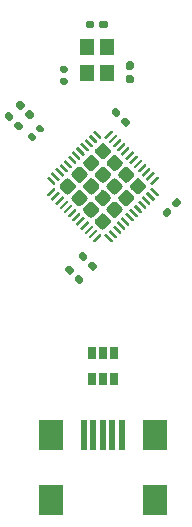
<source format=gbr>
%TF.GenerationSoftware,KiCad,Pcbnew,5.1.9-73d0e3b20d~88~ubuntu20.04.1*%
%TF.CreationDate,2021-03-30T20:26:41-06:00*%
%TF.ProjectId,STM32F411CE,53544d33-3246-4343-9131-43452e6b6963,rev?*%
%TF.SameCoordinates,Original*%
%TF.FileFunction,Paste,Top*%
%TF.FilePolarity,Positive*%
%FSLAX46Y46*%
G04 Gerber Fmt 4.6, Leading zero omitted, Abs format (unit mm)*
G04 Created by KiCad (PCBNEW 5.1.9-73d0e3b20d~88~ubuntu20.04.1) date 2021-03-30 20:26:41*
%MOMM*%
%LPD*%
G01*
G04 APERTURE LIST*
%ADD10R,1.200000X1.400000*%
%ADD11R,0.650000X1.060000*%
%ADD12R,0.500000X2.500000*%
%ADD13R,2.000000X2.500000*%
G04 APERTURE END LIST*
%TO.C,L1*%
G36*
G01*
X19301673Y-29539875D02*
X19545625Y-29783827D01*
G75*
G02*
X19545625Y-29992423I-104298J-104298D01*
G01*
X19337029Y-30201019D01*
G75*
G02*
X19128433Y-30201019I-104298J104298D01*
G01*
X18884481Y-29957067D01*
G75*
G02*
X18884481Y-29748471I104298J104298D01*
G01*
X19093077Y-29539875D01*
G75*
G02*
X19301673Y-29539875I104298J-104298D01*
G01*
G37*
G36*
G01*
X19987567Y-28853981D02*
X20231519Y-29097933D01*
G75*
G02*
X20231519Y-29306529I-104298J-104298D01*
G01*
X20022923Y-29515125D01*
G75*
G02*
X19814327Y-29515125I-104298J104298D01*
G01*
X19570375Y-29271173D01*
G75*
G02*
X19570375Y-29062577I104298J104298D01*
G01*
X19778971Y-28853981D01*
G75*
G02*
X19987567Y-28853981I104298J-104298D01*
G01*
G37*
%TD*%
%TO.C,C2*%
G36*
G01*
X18637319Y-27873522D02*
X18856522Y-27654319D01*
G75*
G02*
X19075726Y-27654319I109602J-109602D01*
G01*
X19376247Y-27954840D01*
G75*
G02*
X19376247Y-28174044I-109602J-109602D01*
G01*
X19157044Y-28393247D01*
G75*
G02*
X18937840Y-28393247I-109602J109602D01*
G01*
X18637319Y-28092726D01*
G75*
G02*
X18637319Y-27873522I109602J109602D01*
G01*
G37*
G36*
G01*
X17834753Y-27070956D02*
X18053956Y-26851753D01*
G75*
G02*
X18273160Y-26851753I109602J-109602D01*
G01*
X18573681Y-27152274D01*
G75*
G02*
X18573681Y-27371478I-109602J-109602D01*
G01*
X18354478Y-27590681D01*
G75*
G02*
X18135274Y-27590681I-109602J109602D01*
G01*
X17834753Y-27290160D01*
G75*
G02*
X17834753Y-27070956I109602J109602D01*
G01*
G37*
%TD*%
%TO.C,C1*%
G36*
G01*
X17679702Y-28820905D02*
X17898905Y-28601702D01*
G75*
G02*
X18118109Y-28601702I109602J-109602D01*
G01*
X18418630Y-28902223D01*
G75*
G02*
X18418630Y-29121427I-109602J-109602D01*
G01*
X18199427Y-29340630D01*
G75*
G02*
X17980223Y-29340630I-109602J109602D01*
G01*
X17679702Y-29040109D01*
G75*
G02*
X17679702Y-28820905I109602J109602D01*
G01*
G37*
G36*
G01*
X16877136Y-28018339D02*
X17096339Y-27799136D01*
G75*
G02*
X17315543Y-27799136I109602J-109602D01*
G01*
X17616064Y-28099657D01*
G75*
G02*
X17616064Y-28318861I-109602J-109602D01*
G01*
X17396861Y-28538064D01*
G75*
G02*
X17177657Y-28538064I-109602J109602D01*
G01*
X16877136Y-28237543D01*
G75*
G02*
X16877136Y-28018339I109602J109602D01*
G01*
G37*
%TD*%
D10*
%TO.C,Y1*%
X23838800Y-24518800D03*
X23838800Y-22318800D03*
X25538800Y-22318800D03*
X25538800Y-24518800D03*
%TD*%
%TO.C,R7*%
G36*
G01*
X22079800Y-24448800D02*
X21709800Y-24448800D01*
G75*
G02*
X21574800Y-24313800I0J135000D01*
G01*
X21574800Y-24043800D01*
G75*
G02*
X21709800Y-23908800I135000J0D01*
G01*
X22079800Y-23908800D01*
G75*
G02*
X22214800Y-24043800I0J-135000D01*
G01*
X22214800Y-24313800D01*
G75*
G02*
X22079800Y-24448800I-135000J0D01*
G01*
G37*
G36*
G01*
X22079800Y-25468800D02*
X21709800Y-25468800D01*
G75*
G02*
X21574800Y-25333800I0J135000D01*
G01*
X21574800Y-25063800D01*
G75*
G02*
X21709800Y-24928800I135000J0D01*
G01*
X22079800Y-24928800D01*
G75*
G02*
X22214800Y-25063800I0J-135000D01*
G01*
X22214800Y-25333800D01*
G75*
G02*
X22079800Y-25468800I-135000J0D01*
G01*
G37*
%TD*%
%TO.C,C9*%
G36*
G01*
X23958619Y-40687822D02*
X24177822Y-40468619D01*
G75*
G02*
X24397026Y-40468619I109602J-109602D01*
G01*
X24697547Y-40769140D01*
G75*
G02*
X24697547Y-40988344I-109602J-109602D01*
G01*
X24478344Y-41207547D01*
G75*
G02*
X24259140Y-41207547I-109602J109602D01*
G01*
X23958619Y-40907026D01*
G75*
G02*
X23958619Y-40687822I109602J109602D01*
G01*
G37*
G36*
G01*
X23156053Y-39885256D02*
X23375256Y-39666053D01*
G75*
G02*
X23594460Y-39666053I109602J-109602D01*
G01*
X23894981Y-39966574D01*
G75*
G02*
X23894981Y-40185778I-109602J-109602D01*
G01*
X23675778Y-40404981D01*
G75*
G02*
X23456574Y-40404981I-109602J109602D01*
G01*
X23156053Y-40104460D01*
G75*
G02*
X23156053Y-39885256I109602J109602D01*
G01*
G37*
%TD*%
%TO.C,C8*%
G36*
G01*
X30787778Y-35896619D02*
X31006981Y-36115822D01*
G75*
G02*
X31006981Y-36335026I-109602J-109602D01*
G01*
X30706460Y-36635547D01*
G75*
G02*
X30487256Y-36635547I-109602J109602D01*
G01*
X30268053Y-36416344D01*
G75*
G02*
X30268053Y-36197140I109602J109602D01*
G01*
X30568574Y-35896619D01*
G75*
G02*
X30787778Y-35896619I109602J-109602D01*
G01*
G37*
G36*
G01*
X31590344Y-35094053D02*
X31809547Y-35313256D01*
G75*
G02*
X31809547Y-35532460I-109602J-109602D01*
G01*
X31509026Y-35832981D01*
G75*
G02*
X31289822Y-35832981I-109602J109602D01*
G01*
X31070619Y-35613778D01*
G75*
G02*
X31070619Y-35394574I109602J109602D01*
G01*
X31371140Y-35094053D01*
G75*
G02*
X31590344Y-35094053I109602J-109602D01*
G01*
G37*
%TD*%
%TO.C,C7*%
G36*
G01*
X26752619Y-28495822D02*
X26971822Y-28276619D01*
G75*
G02*
X27191026Y-28276619I109602J-109602D01*
G01*
X27491547Y-28577140D01*
G75*
G02*
X27491547Y-28796344I-109602J-109602D01*
G01*
X27272344Y-29015547D01*
G75*
G02*
X27053140Y-29015547I-109602J109602D01*
G01*
X26752619Y-28715026D01*
G75*
G02*
X26752619Y-28495822I109602J109602D01*
G01*
G37*
G36*
G01*
X25950053Y-27693256D02*
X26169256Y-27474053D01*
G75*
G02*
X26388460Y-27474053I109602J-109602D01*
G01*
X26688981Y-27774574D01*
G75*
G02*
X26688981Y-27993778I-109602J-109602D01*
G01*
X26469778Y-28212981D01*
G75*
G02*
X26250574Y-28212981I-109602J109602D01*
G01*
X25950053Y-27912460D01*
G75*
G02*
X25950053Y-27693256I109602J109602D01*
G01*
G37*
%TD*%
%TO.C,C5*%
G36*
G01*
X24488800Y-20215800D02*
X24488800Y-20525800D01*
G75*
G02*
X24333800Y-20680800I-155000J0D01*
G01*
X23908800Y-20680800D01*
G75*
G02*
X23753800Y-20525800I0J155000D01*
G01*
X23753800Y-20215800D01*
G75*
G02*
X23908800Y-20060800I155000J0D01*
G01*
X24333800Y-20060800D01*
G75*
G02*
X24488800Y-20215800I0J-155000D01*
G01*
G37*
G36*
G01*
X25623800Y-20215800D02*
X25623800Y-20525800D01*
G75*
G02*
X25468800Y-20680800I-155000J0D01*
G01*
X25043800Y-20680800D01*
G75*
G02*
X24888800Y-20525800I0J155000D01*
G01*
X24888800Y-20215800D01*
G75*
G02*
X25043800Y-20060800I155000J0D01*
G01*
X25468800Y-20060800D01*
G75*
G02*
X25623800Y-20215800I0J-155000D01*
G01*
G37*
%TD*%
%TO.C,C4*%
G36*
G01*
X22815619Y-41830822D02*
X23034822Y-41611619D01*
G75*
G02*
X23254026Y-41611619I109602J-109602D01*
G01*
X23554547Y-41912140D01*
G75*
G02*
X23554547Y-42131344I-109602J-109602D01*
G01*
X23335344Y-42350547D01*
G75*
G02*
X23116140Y-42350547I-109602J109602D01*
G01*
X22815619Y-42050026D01*
G75*
G02*
X22815619Y-41830822I109602J109602D01*
G01*
G37*
G36*
G01*
X22013053Y-41028256D02*
X22232256Y-40809053D01*
G75*
G02*
X22451460Y-40809053I109602J-109602D01*
G01*
X22751981Y-41109574D01*
G75*
G02*
X22751981Y-41328778I-109602J-109602D01*
G01*
X22532778Y-41547981D01*
G75*
G02*
X22313574Y-41547981I-109602J109602D01*
G01*
X22013053Y-41247460D01*
G75*
G02*
X22013053Y-41028256I109602J109602D01*
G01*
G37*
%TD*%
%TO.C,C3*%
G36*
G01*
X27327800Y-24634800D02*
X27637800Y-24634800D01*
G75*
G02*
X27792800Y-24789800I0J-155000D01*
G01*
X27792800Y-25214800D01*
G75*
G02*
X27637800Y-25369800I-155000J0D01*
G01*
X27327800Y-25369800D01*
G75*
G02*
X27172800Y-25214800I0J155000D01*
G01*
X27172800Y-24789800D01*
G75*
G02*
X27327800Y-24634800I155000J0D01*
G01*
G37*
G36*
G01*
X27327800Y-23499800D02*
X27637800Y-23499800D01*
G75*
G02*
X27792800Y-23654800I0J-155000D01*
G01*
X27792800Y-24079800D01*
G75*
G02*
X27637800Y-24234800I-155000J0D01*
G01*
X27327800Y-24234800D01*
G75*
G02*
X27172800Y-24079800I0J155000D01*
G01*
X27172800Y-23654800D01*
G75*
G02*
X27327800Y-23499800I155000J0D01*
G01*
G37*
%TD*%
%TO.C,U3*%
G36*
G01*
X24574546Y-36879871D02*
X25020023Y-36434394D01*
G75*
G02*
X25373577Y-36434394I176777J-176777D01*
G01*
X25819054Y-36879871D01*
G75*
G02*
X25819054Y-37233425I-176777J-176777D01*
G01*
X25373577Y-37678902D01*
G75*
G02*
X25020023Y-37678902I-176777J176777D01*
G01*
X24574546Y-37233425D01*
G75*
G02*
X24574546Y-36879871I176777J176777D01*
G01*
G37*
G36*
G01*
X25564495Y-35889922D02*
X26009972Y-35444445D01*
G75*
G02*
X26363526Y-35444445I176777J-176777D01*
G01*
X26809003Y-35889922D01*
G75*
G02*
X26809003Y-36243476I-176777J-176777D01*
G01*
X26363526Y-36688953D01*
G75*
G02*
X26009972Y-36688953I-176777J176777D01*
G01*
X25564495Y-36243476D01*
G75*
G02*
X25564495Y-35889922I176777J176777D01*
G01*
G37*
G36*
G01*
X26554445Y-34899972D02*
X26999922Y-34454495D01*
G75*
G02*
X27353476Y-34454495I176777J-176777D01*
G01*
X27798953Y-34899972D01*
G75*
G02*
X27798953Y-35253526I-176777J-176777D01*
G01*
X27353476Y-35699003D01*
G75*
G02*
X26999922Y-35699003I-176777J176777D01*
G01*
X26554445Y-35253526D01*
G75*
G02*
X26554445Y-34899972I176777J176777D01*
G01*
G37*
G36*
G01*
X27544394Y-33910023D02*
X27989871Y-33464546D01*
G75*
G02*
X28343425Y-33464546I176777J-176777D01*
G01*
X28788902Y-33910023D01*
G75*
G02*
X28788902Y-34263577I-176777J-176777D01*
G01*
X28343425Y-34709054D01*
G75*
G02*
X27989871Y-34709054I-176777J176777D01*
G01*
X27544394Y-34263577D01*
G75*
G02*
X27544394Y-33910023I176777J176777D01*
G01*
G37*
G36*
G01*
X23584597Y-35889922D02*
X24030074Y-35444445D01*
G75*
G02*
X24383628Y-35444445I176777J-176777D01*
G01*
X24829105Y-35889922D01*
G75*
G02*
X24829105Y-36243476I-176777J-176777D01*
G01*
X24383628Y-36688953D01*
G75*
G02*
X24030074Y-36688953I-176777J176777D01*
G01*
X23584597Y-36243476D01*
G75*
G02*
X23584597Y-35889922I176777J176777D01*
G01*
G37*
G36*
G01*
X24574546Y-34899972D02*
X25020023Y-34454495D01*
G75*
G02*
X25373577Y-34454495I176777J-176777D01*
G01*
X25819054Y-34899972D01*
G75*
G02*
X25819054Y-35253526I-176777J-176777D01*
G01*
X25373577Y-35699003D01*
G75*
G02*
X25020023Y-35699003I-176777J176777D01*
G01*
X24574546Y-35253526D01*
G75*
G02*
X24574546Y-34899972I176777J176777D01*
G01*
G37*
G36*
G01*
X25564495Y-33910023D02*
X26009972Y-33464546D01*
G75*
G02*
X26363526Y-33464546I176777J-176777D01*
G01*
X26809003Y-33910023D01*
G75*
G02*
X26809003Y-34263577I-176777J-176777D01*
G01*
X26363526Y-34709054D01*
G75*
G02*
X26009972Y-34709054I-176777J176777D01*
G01*
X25564495Y-34263577D01*
G75*
G02*
X25564495Y-33910023I176777J176777D01*
G01*
G37*
G36*
G01*
X26554445Y-32920074D02*
X26999922Y-32474597D01*
G75*
G02*
X27353476Y-32474597I176777J-176777D01*
G01*
X27798953Y-32920074D01*
G75*
G02*
X27798953Y-33273628I-176777J-176777D01*
G01*
X27353476Y-33719105D01*
G75*
G02*
X26999922Y-33719105I-176777J176777D01*
G01*
X26554445Y-33273628D01*
G75*
G02*
X26554445Y-32920074I176777J176777D01*
G01*
G37*
G36*
G01*
X22594647Y-34899972D02*
X23040124Y-34454495D01*
G75*
G02*
X23393678Y-34454495I176777J-176777D01*
G01*
X23839155Y-34899972D01*
G75*
G02*
X23839155Y-35253526I-176777J-176777D01*
G01*
X23393678Y-35699003D01*
G75*
G02*
X23040124Y-35699003I-176777J176777D01*
G01*
X22594647Y-35253526D01*
G75*
G02*
X22594647Y-34899972I176777J176777D01*
G01*
G37*
G36*
G01*
X23584597Y-33910023D02*
X24030074Y-33464546D01*
G75*
G02*
X24383628Y-33464546I176777J-176777D01*
G01*
X24829105Y-33910023D01*
G75*
G02*
X24829105Y-34263577I-176777J-176777D01*
G01*
X24383628Y-34709054D01*
G75*
G02*
X24030074Y-34709054I-176777J176777D01*
G01*
X23584597Y-34263577D01*
G75*
G02*
X23584597Y-33910023I176777J176777D01*
G01*
G37*
G36*
G01*
X24574546Y-32920074D02*
X25020023Y-32474597D01*
G75*
G02*
X25373577Y-32474597I176777J-176777D01*
G01*
X25819054Y-32920074D01*
G75*
G02*
X25819054Y-33273628I-176777J-176777D01*
G01*
X25373577Y-33719105D01*
G75*
G02*
X25020023Y-33719105I-176777J176777D01*
G01*
X24574546Y-33273628D01*
G75*
G02*
X24574546Y-32920074I176777J176777D01*
G01*
G37*
G36*
G01*
X25564495Y-31930124D02*
X26009972Y-31484647D01*
G75*
G02*
X26363526Y-31484647I176777J-176777D01*
G01*
X26809003Y-31930124D01*
G75*
G02*
X26809003Y-32283678I-176777J-176777D01*
G01*
X26363526Y-32729155D01*
G75*
G02*
X26009972Y-32729155I-176777J176777D01*
G01*
X25564495Y-32283678D01*
G75*
G02*
X25564495Y-31930124I176777J176777D01*
G01*
G37*
G36*
G01*
X21604698Y-33910023D02*
X22050175Y-33464546D01*
G75*
G02*
X22403729Y-33464546I176777J-176777D01*
G01*
X22849206Y-33910023D01*
G75*
G02*
X22849206Y-34263577I-176777J-176777D01*
G01*
X22403729Y-34709054D01*
G75*
G02*
X22050175Y-34709054I-176777J176777D01*
G01*
X21604698Y-34263577D01*
G75*
G02*
X21604698Y-33910023I176777J176777D01*
G01*
G37*
G36*
G01*
X22594647Y-32920074D02*
X23040124Y-32474597D01*
G75*
G02*
X23393678Y-32474597I176777J-176777D01*
G01*
X23839155Y-32920074D01*
G75*
G02*
X23839155Y-33273628I-176777J-176777D01*
G01*
X23393678Y-33719105D01*
G75*
G02*
X23040124Y-33719105I-176777J176777D01*
G01*
X22594647Y-33273628D01*
G75*
G02*
X22594647Y-32920074I176777J176777D01*
G01*
G37*
G36*
G01*
X23584597Y-31930124D02*
X24030074Y-31484647D01*
G75*
G02*
X24383628Y-31484647I176777J-176777D01*
G01*
X24829105Y-31930124D01*
G75*
G02*
X24829105Y-32283678I-176777J-176777D01*
G01*
X24383628Y-32729155D01*
G75*
G02*
X24030074Y-32729155I-176777J176777D01*
G01*
X23584597Y-32283678D01*
G75*
G02*
X23584597Y-31930124I176777J176777D01*
G01*
G37*
G36*
G01*
X24574546Y-30940175D02*
X25020023Y-30494698D01*
G75*
G02*
X25373577Y-30494698I176777J-176777D01*
G01*
X25819054Y-30940175D01*
G75*
G02*
X25819054Y-31293729I-176777J-176777D01*
G01*
X25373577Y-31739206D01*
G75*
G02*
X25020023Y-31739206I-176777J176777D01*
G01*
X24574546Y-31293729D01*
G75*
G02*
X24574546Y-30940175I176777J176777D01*
G01*
G37*
G36*
G01*
X25329383Y-29888354D02*
X25859713Y-29358024D01*
G75*
G02*
X25948101Y-29358024I44194J-44194D01*
G01*
X26036489Y-29446412D01*
G75*
G02*
X26036489Y-29534800I-44194J-44194D01*
G01*
X25506159Y-30065130D01*
G75*
G02*
X25417771Y-30065130I-44194J44194D01*
G01*
X25329383Y-29976742D01*
G75*
G02*
X25329383Y-29888354I44194J44194D01*
G01*
G37*
G36*
G01*
X25682936Y-30241907D02*
X26213266Y-29711577D01*
G75*
G02*
X26301654Y-29711577I44194J-44194D01*
G01*
X26390042Y-29799965D01*
G75*
G02*
X26390042Y-29888353I-44194J-44194D01*
G01*
X25859712Y-30418683D01*
G75*
G02*
X25771324Y-30418683I-44194J44194D01*
G01*
X25682936Y-30330295D01*
G75*
G02*
X25682936Y-30241907I44194J44194D01*
G01*
G37*
G36*
G01*
X26036490Y-30595461D02*
X26566820Y-30065131D01*
G75*
G02*
X26655208Y-30065131I44194J-44194D01*
G01*
X26743596Y-30153519D01*
G75*
G02*
X26743596Y-30241907I-44194J-44194D01*
G01*
X26213266Y-30772237D01*
G75*
G02*
X26124878Y-30772237I-44194J44194D01*
G01*
X26036490Y-30683849D01*
G75*
G02*
X26036490Y-30595461I44194J44194D01*
G01*
G37*
G36*
G01*
X26390043Y-30949014D02*
X26920373Y-30418684D01*
G75*
G02*
X27008761Y-30418684I44194J-44194D01*
G01*
X27097149Y-30507072D01*
G75*
G02*
X27097149Y-30595460I-44194J-44194D01*
G01*
X26566819Y-31125790D01*
G75*
G02*
X26478431Y-31125790I-44194J44194D01*
G01*
X26390043Y-31037402D01*
G75*
G02*
X26390043Y-30949014I44194J44194D01*
G01*
G37*
G36*
G01*
X26743596Y-31302567D02*
X27273926Y-30772237D01*
G75*
G02*
X27362314Y-30772237I44194J-44194D01*
G01*
X27450702Y-30860625D01*
G75*
G02*
X27450702Y-30949013I-44194J-44194D01*
G01*
X26920372Y-31479343D01*
G75*
G02*
X26831984Y-31479343I-44194J44194D01*
G01*
X26743596Y-31390955D01*
G75*
G02*
X26743596Y-31302567I44194J44194D01*
G01*
G37*
G36*
G01*
X27097150Y-31656121D02*
X27627480Y-31125791D01*
G75*
G02*
X27715868Y-31125791I44194J-44194D01*
G01*
X27804256Y-31214179D01*
G75*
G02*
X27804256Y-31302567I-44194J-44194D01*
G01*
X27273926Y-31832897D01*
G75*
G02*
X27185538Y-31832897I-44194J44194D01*
G01*
X27097150Y-31744509D01*
G75*
G02*
X27097150Y-31656121I44194J44194D01*
G01*
G37*
G36*
G01*
X27450703Y-32009674D02*
X27981033Y-31479344D01*
G75*
G02*
X28069421Y-31479344I44194J-44194D01*
G01*
X28157809Y-31567732D01*
G75*
G02*
X28157809Y-31656120I-44194J-44194D01*
G01*
X27627479Y-32186450D01*
G75*
G02*
X27539091Y-32186450I-44194J44194D01*
G01*
X27450703Y-32098062D01*
G75*
G02*
X27450703Y-32009674I44194J44194D01*
G01*
G37*
G36*
G01*
X27804257Y-32363228D02*
X28334587Y-31832898D01*
G75*
G02*
X28422975Y-31832898I44194J-44194D01*
G01*
X28511363Y-31921286D01*
G75*
G02*
X28511363Y-32009674I-44194J-44194D01*
G01*
X27981033Y-32540004D01*
G75*
G02*
X27892645Y-32540004I-44194J44194D01*
G01*
X27804257Y-32451616D01*
G75*
G02*
X27804257Y-32363228I44194J44194D01*
G01*
G37*
G36*
G01*
X28157810Y-32716781D02*
X28688140Y-32186451D01*
G75*
G02*
X28776528Y-32186451I44194J-44194D01*
G01*
X28864916Y-32274839D01*
G75*
G02*
X28864916Y-32363227I-44194J-44194D01*
G01*
X28334586Y-32893557D01*
G75*
G02*
X28246198Y-32893557I-44194J44194D01*
G01*
X28157810Y-32805169D01*
G75*
G02*
X28157810Y-32716781I44194J44194D01*
G01*
G37*
G36*
G01*
X28511363Y-33070334D02*
X29041693Y-32540004D01*
G75*
G02*
X29130081Y-32540004I44194J-44194D01*
G01*
X29218469Y-32628392D01*
G75*
G02*
X29218469Y-32716780I-44194J-44194D01*
G01*
X28688139Y-33247110D01*
G75*
G02*
X28599751Y-33247110I-44194J44194D01*
G01*
X28511363Y-33158722D01*
G75*
G02*
X28511363Y-33070334I44194J44194D01*
G01*
G37*
G36*
G01*
X28864917Y-33423888D02*
X29395247Y-32893558D01*
G75*
G02*
X29483635Y-32893558I44194J-44194D01*
G01*
X29572023Y-32981946D01*
G75*
G02*
X29572023Y-33070334I-44194J-44194D01*
G01*
X29041693Y-33600664D01*
G75*
G02*
X28953305Y-33600664I-44194J44194D01*
G01*
X28864917Y-33512276D01*
G75*
G02*
X28864917Y-33423888I44194J44194D01*
G01*
G37*
G36*
G01*
X29218470Y-33777441D02*
X29748800Y-33247111D01*
G75*
G02*
X29837188Y-33247111I44194J-44194D01*
G01*
X29925576Y-33335499D01*
G75*
G02*
X29925576Y-33423887I-44194J-44194D01*
G01*
X29395246Y-33954217D01*
G75*
G02*
X29306858Y-33954217I-44194J44194D01*
G01*
X29218470Y-33865829D01*
G75*
G02*
X29218470Y-33777441I44194J44194D01*
G01*
G37*
G36*
G01*
X29218470Y-34307771D02*
X29306858Y-34219383D01*
G75*
G02*
X29395246Y-34219383I44194J-44194D01*
G01*
X29925576Y-34749713D01*
G75*
G02*
X29925576Y-34838101I-44194J-44194D01*
G01*
X29837188Y-34926489D01*
G75*
G02*
X29748800Y-34926489I-44194J44194D01*
G01*
X29218470Y-34396159D01*
G75*
G02*
X29218470Y-34307771I44194J44194D01*
G01*
G37*
G36*
G01*
X28864917Y-34661324D02*
X28953305Y-34572936D01*
G75*
G02*
X29041693Y-34572936I44194J-44194D01*
G01*
X29572023Y-35103266D01*
G75*
G02*
X29572023Y-35191654I-44194J-44194D01*
G01*
X29483635Y-35280042D01*
G75*
G02*
X29395247Y-35280042I-44194J44194D01*
G01*
X28864917Y-34749712D01*
G75*
G02*
X28864917Y-34661324I44194J44194D01*
G01*
G37*
G36*
G01*
X28511363Y-35014878D02*
X28599751Y-34926490D01*
G75*
G02*
X28688139Y-34926490I44194J-44194D01*
G01*
X29218469Y-35456820D01*
G75*
G02*
X29218469Y-35545208I-44194J-44194D01*
G01*
X29130081Y-35633596D01*
G75*
G02*
X29041693Y-35633596I-44194J44194D01*
G01*
X28511363Y-35103266D01*
G75*
G02*
X28511363Y-35014878I44194J44194D01*
G01*
G37*
G36*
G01*
X28157810Y-35368431D02*
X28246198Y-35280043D01*
G75*
G02*
X28334586Y-35280043I44194J-44194D01*
G01*
X28864916Y-35810373D01*
G75*
G02*
X28864916Y-35898761I-44194J-44194D01*
G01*
X28776528Y-35987149D01*
G75*
G02*
X28688140Y-35987149I-44194J44194D01*
G01*
X28157810Y-35456819D01*
G75*
G02*
X28157810Y-35368431I44194J44194D01*
G01*
G37*
G36*
G01*
X27804257Y-35721984D02*
X27892645Y-35633596D01*
G75*
G02*
X27981033Y-35633596I44194J-44194D01*
G01*
X28511363Y-36163926D01*
G75*
G02*
X28511363Y-36252314I-44194J-44194D01*
G01*
X28422975Y-36340702D01*
G75*
G02*
X28334587Y-36340702I-44194J44194D01*
G01*
X27804257Y-35810372D01*
G75*
G02*
X27804257Y-35721984I44194J44194D01*
G01*
G37*
G36*
G01*
X27450703Y-36075538D02*
X27539091Y-35987150D01*
G75*
G02*
X27627479Y-35987150I44194J-44194D01*
G01*
X28157809Y-36517480D01*
G75*
G02*
X28157809Y-36605868I-44194J-44194D01*
G01*
X28069421Y-36694256D01*
G75*
G02*
X27981033Y-36694256I-44194J44194D01*
G01*
X27450703Y-36163926D01*
G75*
G02*
X27450703Y-36075538I44194J44194D01*
G01*
G37*
G36*
G01*
X27097150Y-36429091D02*
X27185538Y-36340703D01*
G75*
G02*
X27273926Y-36340703I44194J-44194D01*
G01*
X27804256Y-36871033D01*
G75*
G02*
X27804256Y-36959421I-44194J-44194D01*
G01*
X27715868Y-37047809D01*
G75*
G02*
X27627480Y-37047809I-44194J44194D01*
G01*
X27097150Y-36517479D01*
G75*
G02*
X27097150Y-36429091I44194J44194D01*
G01*
G37*
G36*
G01*
X26743596Y-36782645D02*
X26831984Y-36694257D01*
G75*
G02*
X26920372Y-36694257I44194J-44194D01*
G01*
X27450702Y-37224587D01*
G75*
G02*
X27450702Y-37312975I-44194J-44194D01*
G01*
X27362314Y-37401363D01*
G75*
G02*
X27273926Y-37401363I-44194J44194D01*
G01*
X26743596Y-36871033D01*
G75*
G02*
X26743596Y-36782645I44194J44194D01*
G01*
G37*
G36*
G01*
X26390043Y-37136198D02*
X26478431Y-37047810D01*
G75*
G02*
X26566819Y-37047810I44194J-44194D01*
G01*
X27097149Y-37578140D01*
G75*
G02*
X27097149Y-37666528I-44194J-44194D01*
G01*
X27008761Y-37754916D01*
G75*
G02*
X26920373Y-37754916I-44194J44194D01*
G01*
X26390043Y-37224586D01*
G75*
G02*
X26390043Y-37136198I44194J44194D01*
G01*
G37*
G36*
G01*
X26036490Y-37489751D02*
X26124878Y-37401363D01*
G75*
G02*
X26213266Y-37401363I44194J-44194D01*
G01*
X26743596Y-37931693D01*
G75*
G02*
X26743596Y-38020081I-44194J-44194D01*
G01*
X26655208Y-38108469D01*
G75*
G02*
X26566820Y-38108469I-44194J44194D01*
G01*
X26036490Y-37578139D01*
G75*
G02*
X26036490Y-37489751I44194J44194D01*
G01*
G37*
G36*
G01*
X25682936Y-37843305D02*
X25771324Y-37754917D01*
G75*
G02*
X25859712Y-37754917I44194J-44194D01*
G01*
X26390042Y-38285247D01*
G75*
G02*
X26390042Y-38373635I-44194J-44194D01*
G01*
X26301654Y-38462023D01*
G75*
G02*
X26213266Y-38462023I-44194J44194D01*
G01*
X25682936Y-37931693D01*
G75*
G02*
X25682936Y-37843305I44194J44194D01*
G01*
G37*
G36*
G01*
X25329383Y-38196858D02*
X25417771Y-38108470D01*
G75*
G02*
X25506159Y-38108470I44194J-44194D01*
G01*
X26036489Y-38638800D01*
G75*
G02*
X26036489Y-38727188I-44194J-44194D01*
G01*
X25948101Y-38815576D01*
G75*
G02*
X25859713Y-38815576I-44194J44194D01*
G01*
X25329383Y-38285246D01*
G75*
G02*
X25329383Y-38196858I44194J44194D01*
G01*
G37*
G36*
G01*
X24357111Y-38638800D02*
X24887441Y-38108470D01*
G75*
G02*
X24975829Y-38108470I44194J-44194D01*
G01*
X25064217Y-38196858D01*
G75*
G02*
X25064217Y-38285246I-44194J-44194D01*
G01*
X24533887Y-38815576D01*
G75*
G02*
X24445499Y-38815576I-44194J44194D01*
G01*
X24357111Y-38727188D01*
G75*
G02*
X24357111Y-38638800I44194J44194D01*
G01*
G37*
G36*
G01*
X24003558Y-38285247D02*
X24533888Y-37754917D01*
G75*
G02*
X24622276Y-37754917I44194J-44194D01*
G01*
X24710664Y-37843305D01*
G75*
G02*
X24710664Y-37931693I-44194J-44194D01*
G01*
X24180334Y-38462023D01*
G75*
G02*
X24091946Y-38462023I-44194J44194D01*
G01*
X24003558Y-38373635D01*
G75*
G02*
X24003558Y-38285247I44194J44194D01*
G01*
G37*
G36*
G01*
X23650004Y-37931693D02*
X24180334Y-37401363D01*
G75*
G02*
X24268722Y-37401363I44194J-44194D01*
G01*
X24357110Y-37489751D01*
G75*
G02*
X24357110Y-37578139I-44194J-44194D01*
G01*
X23826780Y-38108469D01*
G75*
G02*
X23738392Y-38108469I-44194J44194D01*
G01*
X23650004Y-38020081D01*
G75*
G02*
X23650004Y-37931693I44194J44194D01*
G01*
G37*
G36*
G01*
X23296451Y-37578140D02*
X23826781Y-37047810D01*
G75*
G02*
X23915169Y-37047810I44194J-44194D01*
G01*
X24003557Y-37136198D01*
G75*
G02*
X24003557Y-37224586I-44194J-44194D01*
G01*
X23473227Y-37754916D01*
G75*
G02*
X23384839Y-37754916I-44194J44194D01*
G01*
X23296451Y-37666528D01*
G75*
G02*
X23296451Y-37578140I44194J44194D01*
G01*
G37*
G36*
G01*
X22942898Y-37224587D02*
X23473228Y-36694257D01*
G75*
G02*
X23561616Y-36694257I44194J-44194D01*
G01*
X23650004Y-36782645D01*
G75*
G02*
X23650004Y-36871033I-44194J-44194D01*
G01*
X23119674Y-37401363D01*
G75*
G02*
X23031286Y-37401363I-44194J44194D01*
G01*
X22942898Y-37312975D01*
G75*
G02*
X22942898Y-37224587I44194J44194D01*
G01*
G37*
G36*
G01*
X22589344Y-36871033D02*
X23119674Y-36340703D01*
G75*
G02*
X23208062Y-36340703I44194J-44194D01*
G01*
X23296450Y-36429091D01*
G75*
G02*
X23296450Y-36517479I-44194J-44194D01*
G01*
X22766120Y-37047809D01*
G75*
G02*
X22677732Y-37047809I-44194J44194D01*
G01*
X22589344Y-36959421D01*
G75*
G02*
X22589344Y-36871033I44194J44194D01*
G01*
G37*
G36*
G01*
X22235791Y-36517480D02*
X22766121Y-35987150D01*
G75*
G02*
X22854509Y-35987150I44194J-44194D01*
G01*
X22942897Y-36075538D01*
G75*
G02*
X22942897Y-36163926I-44194J-44194D01*
G01*
X22412567Y-36694256D01*
G75*
G02*
X22324179Y-36694256I-44194J44194D01*
G01*
X22235791Y-36605868D01*
G75*
G02*
X22235791Y-36517480I44194J44194D01*
G01*
G37*
G36*
G01*
X21882237Y-36163926D02*
X22412567Y-35633596D01*
G75*
G02*
X22500955Y-35633596I44194J-44194D01*
G01*
X22589343Y-35721984D01*
G75*
G02*
X22589343Y-35810372I-44194J-44194D01*
G01*
X22059013Y-36340702D01*
G75*
G02*
X21970625Y-36340702I-44194J44194D01*
G01*
X21882237Y-36252314D01*
G75*
G02*
X21882237Y-36163926I44194J44194D01*
G01*
G37*
G36*
G01*
X21528684Y-35810373D02*
X22059014Y-35280043D01*
G75*
G02*
X22147402Y-35280043I44194J-44194D01*
G01*
X22235790Y-35368431D01*
G75*
G02*
X22235790Y-35456819I-44194J-44194D01*
G01*
X21705460Y-35987149D01*
G75*
G02*
X21617072Y-35987149I-44194J44194D01*
G01*
X21528684Y-35898761D01*
G75*
G02*
X21528684Y-35810373I44194J44194D01*
G01*
G37*
G36*
G01*
X21175131Y-35456820D02*
X21705461Y-34926490D01*
G75*
G02*
X21793849Y-34926490I44194J-44194D01*
G01*
X21882237Y-35014878D01*
G75*
G02*
X21882237Y-35103266I-44194J-44194D01*
G01*
X21351907Y-35633596D01*
G75*
G02*
X21263519Y-35633596I-44194J44194D01*
G01*
X21175131Y-35545208D01*
G75*
G02*
X21175131Y-35456820I44194J44194D01*
G01*
G37*
G36*
G01*
X20821577Y-35103266D02*
X21351907Y-34572936D01*
G75*
G02*
X21440295Y-34572936I44194J-44194D01*
G01*
X21528683Y-34661324D01*
G75*
G02*
X21528683Y-34749712I-44194J-44194D01*
G01*
X20998353Y-35280042D01*
G75*
G02*
X20909965Y-35280042I-44194J44194D01*
G01*
X20821577Y-35191654D01*
G75*
G02*
X20821577Y-35103266I44194J44194D01*
G01*
G37*
G36*
G01*
X20468024Y-34749713D02*
X20998354Y-34219383D01*
G75*
G02*
X21086742Y-34219383I44194J-44194D01*
G01*
X21175130Y-34307771D01*
G75*
G02*
X21175130Y-34396159I-44194J-44194D01*
G01*
X20644800Y-34926489D01*
G75*
G02*
X20556412Y-34926489I-44194J44194D01*
G01*
X20468024Y-34838101D01*
G75*
G02*
X20468024Y-34749713I44194J44194D01*
G01*
G37*
G36*
G01*
X20468024Y-33335499D02*
X20556412Y-33247111D01*
G75*
G02*
X20644800Y-33247111I44194J-44194D01*
G01*
X21175130Y-33777441D01*
G75*
G02*
X21175130Y-33865829I-44194J-44194D01*
G01*
X21086742Y-33954217D01*
G75*
G02*
X20998354Y-33954217I-44194J44194D01*
G01*
X20468024Y-33423887D01*
G75*
G02*
X20468024Y-33335499I44194J44194D01*
G01*
G37*
G36*
G01*
X20821577Y-32981946D02*
X20909965Y-32893558D01*
G75*
G02*
X20998353Y-32893558I44194J-44194D01*
G01*
X21528683Y-33423888D01*
G75*
G02*
X21528683Y-33512276I-44194J-44194D01*
G01*
X21440295Y-33600664D01*
G75*
G02*
X21351907Y-33600664I-44194J44194D01*
G01*
X20821577Y-33070334D01*
G75*
G02*
X20821577Y-32981946I44194J44194D01*
G01*
G37*
G36*
G01*
X21175131Y-32628392D02*
X21263519Y-32540004D01*
G75*
G02*
X21351907Y-32540004I44194J-44194D01*
G01*
X21882237Y-33070334D01*
G75*
G02*
X21882237Y-33158722I-44194J-44194D01*
G01*
X21793849Y-33247110D01*
G75*
G02*
X21705461Y-33247110I-44194J44194D01*
G01*
X21175131Y-32716780D01*
G75*
G02*
X21175131Y-32628392I44194J44194D01*
G01*
G37*
G36*
G01*
X21528684Y-32274839D02*
X21617072Y-32186451D01*
G75*
G02*
X21705460Y-32186451I44194J-44194D01*
G01*
X22235790Y-32716781D01*
G75*
G02*
X22235790Y-32805169I-44194J-44194D01*
G01*
X22147402Y-32893557D01*
G75*
G02*
X22059014Y-32893557I-44194J44194D01*
G01*
X21528684Y-32363227D01*
G75*
G02*
X21528684Y-32274839I44194J44194D01*
G01*
G37*
G36*
G01*
X21882237Y-31921286D02*
X21970625Y-31832898D01*
G75*
G02*
X22059013Y-31832898I44194J-44194D01*
G01*
X22589343Y-32363228D01*
G75*
G02*
X22589343Y-32451616I-44194J-44194D01*
G01*
X22500955Y-32540004D01*
G75*
G02*
X22412567Y-32540004I-44194J44194D01*
G01*
X21882237Y-32009674D01*
G75*
G02*
X21882237Y-31921286I44194J44194D01*
G01*
G37*
G36*
G01*
X22235791Y-31567732D02*
X22324179Y-31479344D01*
G75*
G02*
X22412567Y-31479344I44194J-44194D01*
G01*
X22942897Y-32009674D01*
G75*
G02*
X22942897Y-32098062I-44194J-44194D01*
G01*
X22854509Y-32186450D01*
G75*
G02*
X22766121Y-32186450I-44194J44194D01*
G01*
X22235791Y-31656120D01*
G75*
G02*
X22235791Y-31567732I44194J44194D01*
G01*
G37*
G36*
G01*
X22589344Y-31214179D02*
X22677732Y-31125791D01*
G75*
G02*
X22766120Y-31125791I44194J-44194D01*
G01*
X23296450Y-31656121D01*
G75*
G02*
X23296450Y-31744509I-44194J-44194D01*
G01*
X23208062Y-31832897D01*
G75*
G02*
X23119674Y-31832897I-44194J44194D01*
G01*
X22589344Y-31302567D01*
G75*
G02*
X22589344Y-31214179I44194J44194D01*
G01*
G37*
G36*
G01*
X22942898Y-30860625D02*
X23031286Y-30772237D01*
G75*
G02*
X23119674Y-30772237I44194J-44194D01*
G01*
X23650004Y-31302567D01*
G75*
G02*
X23650004Y-31390955I-44194J-44194D01*
G01*
X23561616Y-31479343D01*
G75*
G02*
X23473228Y-31479343I-44194J44194D01*
G01*
X22942898Y-30949013D01*
G75*
G02*
X22942898Y-30860625I44194J44194D01*
G01*
G37*
G36*
G01*
X23296451Y-30507072D02*
X23384839Y-30418684D01*
G75*
G02*
X23473227Y-30418684I44194J-44194D01*
G01*
X24003557Y-30949014D01*
G75*
G02*
X24003557Y-31037402I-44194J-44194D01*
G01*
X23915169Y-31125790D01*
G75*
G02*
X23826781Y-31125790I-44194J44194D01*
G01*
X23296451Y-30595460D01*
G75*
G02*
X23296451Y-30507072I44194J44194D01*
G01*
G37*
G36*
G01*
X23650004Y-30153519D02*
X23738392Y-30065131D01*
G75*
G02*
X23826780Y-30065131I44194J-44194D01*
G01*
X24357110Y-30595461D01*
G75*
G02*
X24357110Y-30683849I-44194J-44194D01*
G01*
X24268722Y-30772237D01*
G75*
G02*
X24180334Y-30772237I-44194J44194D01*
G01*
X23650004Y-30241907D01*
G75*
G02*
X23650004Y-30153519I44194J44194D01*
G01*
G37*
G36*
G01*
X24003558Y-29799965D02*
X24091946Y-29711577D01*
G75*
G02*
X24180334Y-29711577I44194J-44194D01*
G01*
X24710664Y-30241907D01*
G75*
G02*
X24710664Y-30330295I-44194J-44194D01*
G01*
X24622276Y-30418683D01*
G75*
G02*
X24533888Y-30418683I-44194J44194D01*
G01*
X24003558Y-29888353D01*
G75*
G02*
X24003558Y-29799965I44194J44194D01*
G01*
G37*
G36*
G01*
X24357111Y-29446412D02*
X24445499Y-29358024D01*
G75*
G02*
X24533887Y-29358024I44194J-44194D01*
G01*
X25064217Y-29888354D01*
G75*
G02*
X25064217Y-29976742I-44194J-44194D01*
G01*
X24975829Y-30065130D01*
G75*
G02*
X24887441Y-30065130I-44194J44194D01*
G01*
X24357111Y-29534800D01*
G75*
G02*
X24357111Y-29446412I44194J44194D01*
G01*
G37*
%TD*%
D11*
%TO.C,U2*%
X25196800Y-50426800D03*
X26146800Y-50426800D03*
X24246800Y-50426800D03*
X24246800Y-48226800D03*
X25196800Y-48226800D03*
X26146800Y-48226800D03*
%TD*%
D12*
%TO.C,J1*%
X26796800Y-55108800D03*
X25996800Y-55108800D03*
X25196800Y-55108800D03*
X24396800Y-55108800D03*
X23596800Y-55108800D03*
D13*
X29596800Y-55108800D03*
X20796800Y-55108800D03*
X29596800Y-60608800D03*
X20796800Y-60608800D03*
%TD*%
M02*

</source>
